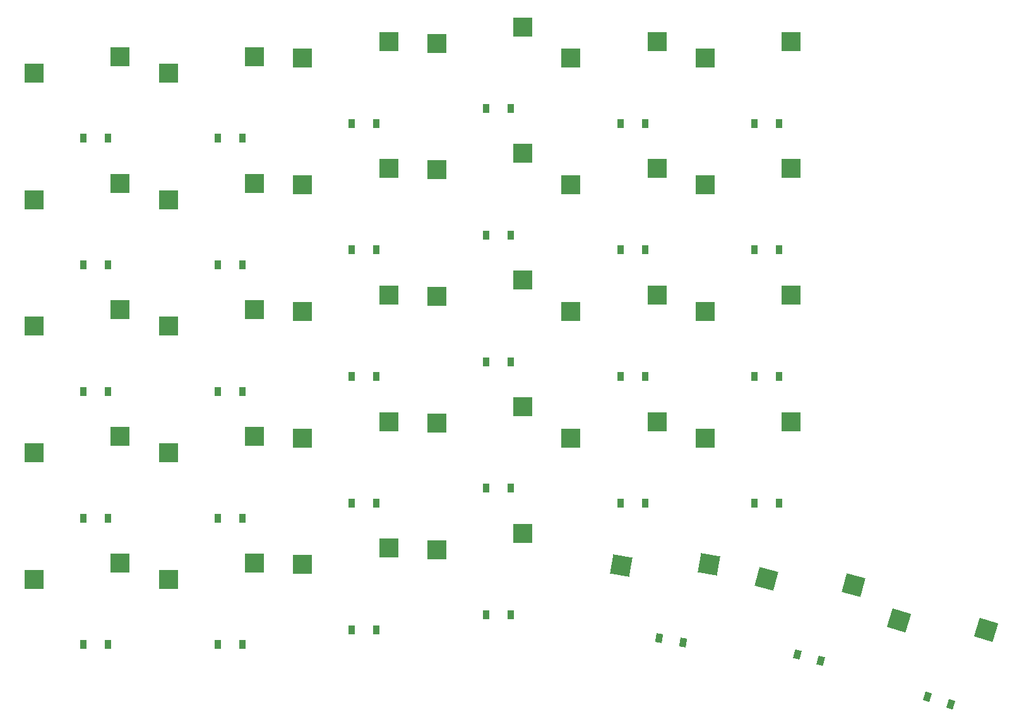
<source format=gbr>
%TF.GenerationSoftware,KiCad,Pcbnew,8.0.4*%
%TF.CreationDate,2024-10-05T17:03:56-04:00*%
%TF.ProjectId,mzizzi-split62,6d7a697a-7a69-42d7-9370-6c697436322e,v1.0.0*%
%TF.SameCoordinates,Original*%
%TF.FileFunction,Paste,Top*%
%TF.FilePolarity,Positive*%
%FSLAX46Y46*%
G04 Gerber Fmt 4.6, Leading zero omitted, Abs format (unit mm)*
G04 Created by KiCad (PCBNEW 8.0.4) date 2024-10-05 17:03:56*
%MOMM*%
%LPD*%
G01*
G04 APERTURE LIST*
G04 Aperture macros list*
%AMRotRect*
0 Rectangle, with rotation*
0 The origin of the aperture is its center*
0 $1 length*
0 $2 width*
0 $3 Rotation angle, in degrees counterclockwise*
0 Add horizontal line*
21,1,$1,$2,0,0,$3*%
G04 Aperture macros list end*
%ADD10R,2.600000X2.600000*%
%ADD11R,0.900000X1.200000*%
%ADD12RotRect,2.600000X2.600000X345.000000*%
%ADD13RotRect,0.900000X1.200000X343.000000*%
%ADD14RotRect,2.600000X2.600000X350.000000*%
%ADD15RotRect,0.900000X1.200000X350.000000*%
%ADD16RotRect,2.600000X2.600000X343.000000*%
%ADD17RotRect,0.900000X1.200000X345.000000*%
G04 APERTURE END LIST*
D10*
%TO.C,S11*%
X189275000Y-142050000D03*
X177725000Y-144250000D03*
%TD*%
D11*
%TO.C,D23*%
X220350000Y-102000000D03*
X223650000Y-102000000D03*
%TD*%
D10*
%TO.C,S3*%
X153275000Y-110050000D03*
X141725000Y-112250000D03*
%TD*%
%TO.C,S1*%
X153275000Y-144050000D03*
X141725000Y-146250000D03*
%TD*%
D11*
%TO.C,D9*%
X166350000Y-104000000D03*
X169650000Y-104000000D03*
%TD*%
%TO.C,D20*%
X202350000Y-83000000D03*
X205650000Y-83000000D03*
%TD*%
%TO.C,D19*%
X202350000Y-100000000D03*
X205650000Y-100000000D03*
%TD*%
D10*
%TO.C,S9*%
X171275000Y-93050000D03*
X159725000Y-95250000D03*
%TD*%
%TO.C,S8*%
X171275000Y-110050000D03*
X159725000Y-112250000D03*
%TD*%
%TO.C,S6*%
X171275000Y-144050000D03*
X159725000Y-146250000D03*
%TD*%
%TO.C,S27*%
X243275000Y-91050000D03*
X231725000Y-93250000D03*
%TD*%
%TO.C,S16*%
X207275000Y-140050000D03*
X195725000Y-142250000D03*
%TD*%
D11*
%TO.C,D11*%
X184350000Y-153000000D03*
X187650000Y-153000000D03*
%TD*%
%TO.C,D7*%
X166350000Y-138000000D03*
X169650000Y-138000000D03*
%TD*%
%TO.C,D2*%
X148350000Y-138000000D03*
X151650000Y-138000000D03*
%TD*%
%TO.C,D8*%
X166350000Y-121000000D03*
X169650000Y-121000000D03*
%TD*%
D10*
%TO.C,S28*%
X243275000Y-74050000D03*
X231725000Y-76250000D03*
%TD*%
%TO.C,S2*%
X153275000Y-127050000D03*
X141725000Y-129250000D03*
%TD*%
D11*
%TO.C,D12*%
X184350000Y-136000000D03*
X187650000Y-136000000D03*
%TD*%
D10*
%TO.C,S10*%
X171275000Y-76050000D03*
X159725000Y-78250000D03*
%TD*%
%TO.C,S19*%
X207275000Y-89050000D03*
X195725000Y-91250000D03*
%TD*%
%TO.C,S20*%
X207275000Y-72050000D03*
X195725000Y-74250000D03*
%TD*%
%TO.C,S14*%
X189275000Y-91050000D03*
X177725000Y-93250000D03*
%TD*%
D11*
%TO.C,D13*%
X184350000Y-119000000D03*
X187650000Y-119000000D03*
%TD*%
%TO.C,D18*%
X202350000Y-117000000D03*
X205650000Y-117000000D03*
%TD*%
%TO.C,D21*%
X220350000Y-136000000D03*
X223650000Y-136000000D03*
%TD*%
D10*
%TO.C,S23*%
X225275000Y-91050000D03*
X213725000Y-93250000D03*
%TD*%
D11*
%TO.C,D26*%
X238350000Y-119000000D03*
X241650000Y-119000000D03*
%TD*%
D10*
%TO.C,S22*%
X225275000Y-108050000D03*
X213725000Y-110250000D03*
%TD*%
D11*
%TO.C,D28*%
X238350000Y-85000000D03*
X241650000Y-85000000D03*
%TD*%
%TO.C,D25*%
X238350000Y-136000000D03*
X241650000Y-136000000D03*
%TD*%
D10*
%TO.C,S13*%
X189275000Y-108050000D03*
X177725000Y-110250000D03*
%TD*%
D11*
%TO.C,D6*%
X166350000Y-155000000D03*
X169650000Y-155000000D03*
%TD*%
D10*
%TO.C,S7*%
X171275000Y-127050000D03*
X159725000Y-129250000D03*
%TD*%
%TO.C,S25*%
X243275000Y-125050000D03*
X231725000Y-127250000D03*
%TD*%
%TO.C,S18*%
X207275000Y-106050000D03*
X195725000Y-108250000D03*
%TD*%
D12*
%TO.C,S30*%
X251654665Y-147018934D03*
X239928820Y-146154611D03*
%TD*%
D11*
%TO.C,D3*%
X148350000Y-121000000D03*
X151650000Y-121000000D03*
%TD*%
%TO.C,D27*%
X238350000Y-102000000D03*
X241650000Y-102000000D03*
%TD*%
D10*
%TO.C,S24*%
X225275000Y-74050000D03*
X213725000Y-76250000D03*
%TD*%
D13*
%TO.C,D31*%
X261507900Y-162022078D03*
X264663706Y-162986904D03*
%TD*%
D10*
%TO.C,S12*%
X189275000Y-125050000D03*
X177725000Y-127250000D03*
%TD*%
%TO.C,S5*%
X153275000Y-76050000D03*
X141725000Y-78250000D03*
%TD*%
D11*
%TO.C,D10*%
X166350000Y-87000000D03*
X169650000Y-87000000D03*
%TD*%
D14*
%TO.C,S29*%
X232258452Y-144209092D03*
X220501897Y-144370032D03*
%TD*%
D15*
%TO.C,D29*%
X225506826Y-154137520D03*
X228756692Y-154710558D03*
%TD*%
D11*
%TO.C,D17*%
X202350000Y-134000000D03*
X205650000Y-134000000D03*
%TD*%
D10*
%TO.C,S15*%
X189275000Y-74050000D03*
X177725000Y-76250000D03*
%TD*%
D11*
%TO.C,D15*%
X184350000Y-85000000D03*
X187650000Y-85000000D03*
%TD*%
%TO.C,D5*%
X148350000Y-87000000D03*
X151650000Y-87000000D03*
%TD*%
D10*
%TO.C,S4*%
X153275000Y-93050000D03*
X141725000Y-95250000D03*
%TD*%
%TO.C,S26*%
X243275000Y-108050000D03*
X231725000Y-110250000D03*
%TD*%
D11*
%TO.C,D24*%
X220350000Y-85000000D03*
X223650000Y-85000000D03*
%TD*%
D16*
%TO.C,S31*%
X269419171Y-152990472D03*
X257730633Y-151717449D03*
%TD*%
D10*
%TO.C,S17*%
X207275000Y-123050000D03*
X195725000Y-125250000D03*
%TD*%
D11*
%TO.C,D1*%
X148350000Y-155000000D03*
X151650000Y-155000000D03*
%TD*%
%TO.C,D22*%
X220350000Y-119000000D03*
X223650000Y-119000000D03*
%TD*%
%TO.C,D4*%
X148350000Y-104000000D03*
X151650000Y-104000000D03*
%TD*%
D17*
%TO.C,D30*%
X244063411Y-156321140D03*
X247250967Y-157175240D03*
%TD*%
D11*
%TO.C,D16*%
X202350000Y-151000000D03*
X205650000Y-151000000D03*
%TD*%
D10*
%TO.C,S21*%
X225275000Y-125050000D03*
X213725000Y-127250000D03*
%TD*%
D11*
%TO.C,D14*%
X184350000Y-102000000D03*
X187650000Y-102000000D03*
%TD*%
M02*

</source>
